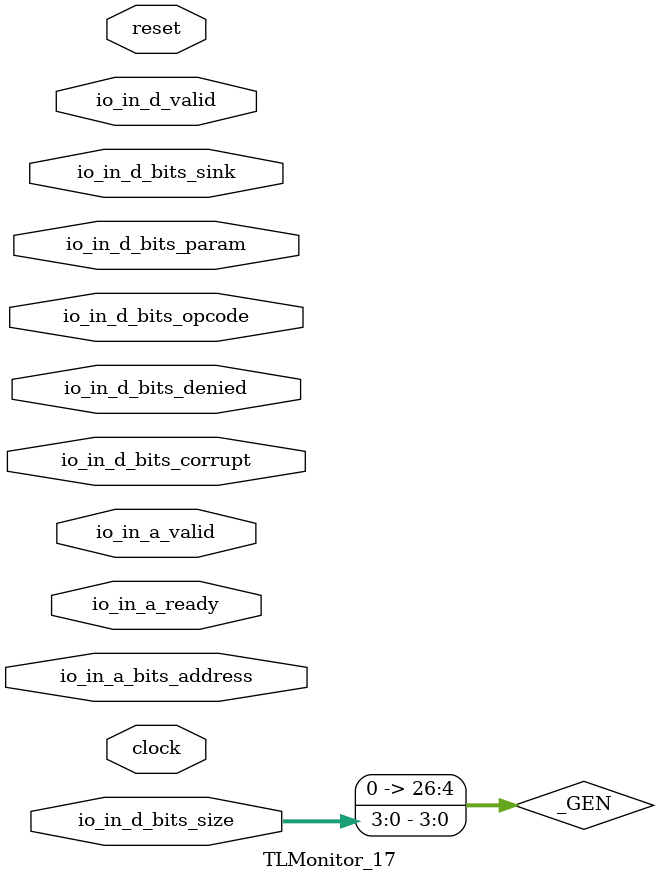
<source format=sv>
`ifndef RANDOMIZE
  `ifdef RANDOMIZE_REG_INIT
    `define RANDOMIZE
  `endif // RANDOMIZE_REG_INIT
`endif // not def RANDOMIZE
`ifndef RANDOMIZE
  `ifdef RANDOMIZE_MEM_INIT
    `define RANDOMIZE
  `endif // RANDOMIZE_MEM_INIT
`endif // not def RANDOMIZE

`ifndef RANDOM
  `define RANDOM $random
`endif // not def RANDOM

// Users can define 'PRINTF_COND' to add an extra gate to prints.
`ifndef PRINTF_COND_
  `ifdef PRINTF_COND
    `define PRINTF_COND_ (`PRINTF_COND)
  `else  // PRINTF_COND
    `define PRINTF_COND_ 1
  `endif // PRINTF_COND
`endif // not def PRINTF_COND_

// Users can define 'ASSERT_VERBOSE_COND' to add an extra gate to assert error printing.
`ifndef ASSERT_VERBOSE_COND_
  `ifdef ASSERT_VERBOSE_COND
    `define ASSERT_VERBOSE_COND_ (`ASSERT_VERBOSE_COND)
  `else  // ASSERT_VERBOSE_COND
    `define ASSERT_VERBOSE_COND_ 1
  `endif // ASSERT_VERBOSE_COND
`endif // not def ASSERT_VERBOSE_COND_

// Users can define 'STOP_COND' to add an extra gate to stop conditions.
`ifndef STOP_COND_
  `ifdef STOP_COND
    `define STOP_COND_ (`STOP_COND)
  `else  // STOP_COND
    `define STOP_COND_ 1
  `endif // STOP_COND
`endif // not def STOP_COND_

// Users can define INIT_RANDOM as general code that gets injected into the
// initializer block for modules with registers.
`ifndef INIT_RANDOM
  `define INIT_RANDOM
`endif // not def INIT_RANDOM

// If using random initialization, you can also define RANDOMIZE_DELAY to
// customize the delay used, otherwise 0.002 is used.
`ifndef RANDOMIZE_DELAY
  `define RANDOMIZE_DELAY 0.002
`endif // not def RANDOMIZE_DELAY

// Define INIT_RANDOM_PROLOG_ for use in our modules below.
`ifndef INIT_RANDOM_PROLOG_
  `ifdef RANDOMIZE
    `ifdef VERILATOR
      `define INIT_RANDOM_PROLOG_ `INIT_RANDOM
    `else  // VERILATOR
      `define INIT_RANDOM_PROLOG_ `INIT_RANDOM #`RANDOMIZE_DELAY begin end
    `endif // VERILATOR
  `else  // RANDOMIZE
    `define INIT_RANDOM_PROLOG_
  `endif // RANDOMIZE
`endif // not def INIT_RANDOM_PROLOG_

module TLMonitor_17(
  input        clock,
               reset,
               io_in_a_ready,
               io_in_a_valid,
  input [30:0] io_in_a_bits_address,
  input        io_in_d_valid,
  input [2:0]  io_in_d_bits_opcode,
  input [1:0]  io_in_d_bits_param,
  input [3:0]  io_in_d_bits_size,
  input        io_in_d_bits_sink,
               io_in_d_bits_denied,
               io_in_d_bits_corrupt
);

  wire [31:0] _plusarg_reader_1_out;	// @[PlusArg.scala:80:11]
  wire [31:0] _plusarg_reader_out;	// @[PlusArg.scala:80:11]
  wire        a_set = io_in_a_ready & io_in_a_valid;	// @[Decoupled.scala:51:35]
  reg  [8:0]  d_first_counter;	// @[Edges.scala:229:27]
  reg  [2:0]  opcode_1;	// @[Monitor.scala:535:22]
  reg  [1:0]  param_1;	// @[Monitor.scala:536:22]
  reg  [3:0]  size_1;	// @[Monitor.scala:537:22]
  reg         source_1;	// @[Monitor.scala:538:22]
  reg         sink;	// @[Monitor.scala:539:22]
  reg         denied;	// @[Monitor.scala:540:22]
  reg         inflight;	// @[Monitor.scala:611:27]
  reg  [3:0]  inflight_opcodes;	// @[Monitor.scala:613:35]
  reg  [7:0]  inflight_sizes;	// @[Monitor.scala:615:33]
  reg  [8:0]  d_first_counter_1;	// @[Edges.scala:229:27]
  wire        d_first_1 = d_first_counter_1 == 9'h0;	// @[Edges.scala:229:27, :231:25]
  wire        d_release_ack = io_in_d_bits_opcode == 3'h6;	// @[Monitor.scala:81:25, :670:46]
  reg  [31:0] watchdog;	// @[Monitor.scala:706:27]
  reg  [8:0]  d_first_counter_2;	// @[Edges.scala:229:27]
  wire        d_first_2 = d_first_counter_2 == 9'h0;	// @[Edges.scala:229:27, :231:25]
  wire [26:0] _GEN = {23'h0, io_in_d_bits_size};	// @[package.scala:235:71]
  wire [26:0] _d_first_beats1_decode_T_1 = 27'hFFF << _GEN;	// @[package.scala:235:71]
  wire [26:0] _d_first_beats1_decode_T_5 = 27'hFFF << _GEN;	// @[package.scala:235:71]
  wire [26:0] _d_first_beats1_decode_T_9 = 27'hFFF << _GEN;	// @[package.scala:235:71]
  wire        d_clr = io_in_d_valid & d_first_1 & ~d_release_ack;	// @[Edges.scala:231:25, Monitor.scala:670:46, :671:74, :675:72]
  wire        _T_1062 = io_in_d_valid & ~(|d_first_counter);	// @[Edges.scala:229:27, :231:25, Monitor.scala:549:20]
  always @(posedge clock) begin
    if (reset) begin
      d_first_counter <= 9'h0;	// @[Edges.scala:229:27]
      inflight <= 1'h0;	// @[Monitor.scala:611:27]
      inflight_opcodes <= 4'h0;	// @[Misc.scala:205:21, Monitor.scala:613:35, :657:77]
      inflight_sizes <= 8'h0;	// @[Monitor.scala:615:33, :745:35]
      d_first_counter_1 <= 9'h0;	// @[Edges.scala:229:27]
      watchdog <= 32'h0;	// @[Monitor.scala:706:27]
      d_first_counter_2 <= 9'h0;	// @[Edges.scala:229:27]
    end
    else begin
      if (io_in_d_valid) begin
        if (|d_first_counter)	// @[Edges.scala:229:27, :231:25]
          d_first_counter <= d_first_counter - 9'h1;	// @[Edges.scala:229:27, :230:28]
        else if (io_in_d_bits_opcode[0])	// @[Edges.scala:106:36]
          d_first_counter <= ~(_d_first_beats1_decode_T_1[11:3]);	// @[Edges.scala:229:27, package.scala:235:{46,71,76}]
        else	// @[Edges.scala:106:36]
          d_first_counter <= 9'h0;	// @[Edges.scala:229:27]
        if (d_first_1) begin	// @[Edges.scala:231:25]
          if (io_in_d_bits_opcode[0])	// @[Edges.scala:106:36]
            d_first_counter_1 <= ~(_d_first_beats1_decode_T_5[11:3]);	// @[Edges.scala:229:27, package.scala:235:{46,71,76}]
          else	// @[Edges.scala:106:36]
            d_first_counter_1 <= 9'h0;	// @[Edges.scala:229:27]
        end
        else	// @[Edges.scala:231:25]
          d_first_counter_1 <= d_first_counter_1 - 9'h1;	// @[Edges.scala:229:27, :230:28]
        if (d_first_2) begin	// @[Edges.scala:231:25]
          if (io_in_d_bits_opcode[0])	// @[Edges.scala:106:36]
            d_first_counter_2 <= ~(_d_first_beats1_decode_T_9[11:3]);	// @[Edges.scala:229:27, package.scala:235:{46,71,76}]
          else	// @[Edges.scala:106:36]
            d_first_counter_2 <= 9'h0;	// @[Edges.scala:229:27]
        end
        else	// @[Edges.scala:231:25]
          d_first_counter_2 <= d_first_counter_2 - 9'h1;	// @[Edges.scala:229:27, :230:28]
      end
      inflight <= (inflight | a_set) & ~d_clr;	// @[Decoupled.scala:51:35, Monitor.scala:611:27, :675:72, :702:{27,36,38}]
      inflight_opcodes <= (inflight_opcodes | (a_set ? {3'h0, a_set} : 4'h0)) & ~{4{d_clr}};	// @[Decoupled.scala:51:35, Misc.scala:205:21, Monitor.scala:613:35, :627:33, :652:72, :656:28, :657:77, :665:33, :675:{72,91}, :677:21, :703:{43,60,62}]
      inflight_sizes <= (inflight_sizes | (a_set ? {3'h0, a_set ? 5'h5 : 5'h0} : 8'h0)) & ~{8{d_clr}};	// @[Decoupled.scala:51:35, Monitor.scala:615:33, :629:31, :645:38, :652:72, :655:{28,59}, :657:28, :667:31, :675:{72,91}, :678:21, :704:{39,54,56}, :745:35]
      if (a_set | io_in_d_valid)	// @[Decoupled.scala:51:35, Monitor.scala:712:27]
        watchdog <= 32'h0;	// @[Monitor.scala:706:27]
      else	// @[Monitor.scala:712:27]
        watchdog <= watchdog + 32'h1;	// @[Monitor.scala:706:27, :711:26]
    end
    if (_T_1062) begin	// @[Monitor.scala:549:20]
      opcode_1 <= io_in_d_bits_opcode;	// @[Monitor.scala:535:22]
      param_1 <= io_in_d_bits_param;	// @[Monitor.scala:536:22]
      size_1 <= io_in_d_bits_size;	// @[Monitor.scala:537:22]
      sink <= io_in_d_bits_sink;	// @[Monitor.scala:539:22]
      denied <= io_in_d_bits_denied;	// @[Monitor.scala:540:22]
    end
    source_1 <= ~_T_1062 & source_1;	// @[Monitor.scala:538:22, :549:{20,32}, :553:15]
  end // always @(posedge)
  `ifndef SYNTHESIS
    wire  [7:0][2:0] _GEN_0 = '{3'h4, 3'h5, 3'h2, 3'h1, 3'h1, 3'h1, 3'h0, 3'h0};	// @[Monitor.scala:690:38]
    wire  [7:0][2:0] _GEN_1 = '{3'h4, 3'h4, 3'h2, 3'h1, 3'h1, 3'h1, 3'h0, 3'h0};	// @[Monitor.scala:689:38]
    wire             mask_eq_2 = ~(io_in_a_bits_address[2]) & ~(io_in_a_bits_address[1]);	// @[Misc.scala:209:26, :210:20, :213:27]
    wire             mask_eq_3 = ~(io_in_a_bits_address[2]) & io_in_a_bits_address[1];	// @[Misc.scala:209:26, :210:20, :213:27]
    wire             mask_eq_4 = io_in_a_bits_address[2] & ~(io_in_a_bits_address[1]);	// @[Misc.scala:209:26, :210:20, :213:27]
    wire             mask_eq_5 = io_in_a_bits_address[2] & io_in_a_bits_address[1];	// @[Misc.scala:209:26, :213:27]
    wire             _GEN_2 = io_in_d_valid & io_in_d_bits_opcode == 3'h6;	// @[Monitor.scala:81:25, :310:{25,52}]
    wire             _GEN_3 = io_in_d_bits_size < 4'h3;	// @[Monitor.scala:312:27]
    wire             _GEN_4 = io_in_d_valid & io_in_d_bits_opcode == 3'h4;	// @[Monitor.scala:104:25, :318:{25,47}]
    wire             _GEN_5 = io_in_d_bits_param == 2'h2;	// @[Bundles.scala:111:27, Monitor.scala:323:28]
    wire             _GEN_6 = io_in_d_valid & io_in_d_bits_opcode == 3'h5;	// @[Monitor.scala:146:25, :328:{25,51}]
    wire             _GEN_7 = io_in_d_valid & ~(|io_in_d_bits_opcode);	// @[Monitor.scala:338:{25,51}]
    wire             _GEN_8 = io_in_d_valid & io_in_d_bits_opcode == 3'h1;	// @[Misc.scala:201:81, Monitor.scala:346:{25,55}]
    wire             _GEN_9 = io_in_d_valid & io_in_d_bits_opcode == 3'h2;	// @[Monitor.scala:354:{25,49}, :640:42]
    wire             _T_1036 = io_in_d_valid & (|d_first_counter);	// @[Edges.scala:229:27, :231:25, Monitor.scala:541:19]
    wire             _T_1115 = io_in_d_valid & d_first_1;	// @[Edges.scala:231:25, Monitor.scala:671:26]
    wire             _T_1086 = _T_1115 & ~d_release_ack;	// @[Monitor.scala:670:46, :671:{26,74}, :680:71]
    wire             _GEN_10 = _T_1086 & io_in_a_valid;	// @[Monitor.scala:680:71, :684:30]
    wire             _GEN_11 = _T_1086 & ~io_in_a_valid;	// @[Monitor.scala:680:71, :684:30]
    wire             _T_1172 = io_in_d_valid & d_first_2 & d_release_ack;	// @[Edges.scala:231:25, Monitor.scala:670:46, :791:71]
    always @(posedge clock) begin	// @[Monitor.scala:42:11]
      if (io_in_a_valid & ~reset & ~(io_in_a_bits_address[30:12] == 19'h3 | io_in_a_bits_address[30:13] == 18'h0 | io_in_a_bits_address[30:12] == 19'h4 | {io_in_a_bits_address[30:17] ^ 14'h8, io_in_a_bits_address[15:12]} == 18'h0 | io_in_a_bits_address[30:16] == 15'h200 | io_in_a_bits_address[30:12] == 19'h2010 | io_in_a_bits_address[30:26] == 5'h3 | io_in_a_bits_address[30:12] == 19'h54000)) begin	// @[Monitor.scala:42:11, :706:27, Parameters.scala:137:{31,45,65}, :673:26]
        if (`ASSERT_VERBOSE_COND_)	// @[Monitor.scala:42:11]
          $error("Assertion failed: 'A' channel carries PutFull type which is unexpected using diplomatic parameters (connected at BusWrapper.scala:90:33)\n    at Monitor.scala:42 assert(cond, message)\n");	// @[Monitor.scala:42:11]
        if (`STOP_COND_)	// @[Monitor.scala:42:11]
          $fatal;	// @[Monitor.scala:42:11]
      end
      if (io_in_a_valid & ~reset & (|(io_in_a_bits_address[1:0]))) begin	// @[Edges.scala:21:{16,24}, Monitor.scala:42:11]
        if (`ASSERT_VERBOSE_COND_)	// @[Monitor.scala:42:11]
          $error("Assertion failed: 'A' channel PutFull address not aligned to size (connected at BusWrapper.scala:90:33)\n    at Monitor.scala:42 assert(cond, message)\n");	// @[Monitor.scala:42:11]
        if (`STOP_COND_)	// @[Monitor.scala:42:11]
          $fatal;	// @[Monitor.scala:42:11]
      end
      if (io_in_a_valid & ~reset & {io_in_a_bits_address[2] | mask_eq_5 & io_in_a_bits_address[0], io_in_a_bits_address[2] | mask_eq_5 & ~(io_in_a_bits_address[0]), io_in_a_bits_address[2] | mask_eq_4 & io_in_a_bits_address[0], io_in_a_bits_address[2] | mask_eq_4 & ~(io_in_a_bits_address[0]), ~(io_in_a_bits_address[2]) | mask_eq_3 & io_in_a_bits_address[0], ~(io_in_a_bits_address[2]) | mask_eq_3 & ~(io_in_a_bits_address[0]), ~(io_in_a_bits_address[2]) | mask_eq_2 & io_in_a_bits_address[0], ~(io_in_a_bits_address[2]) | mask_eq_2 & ~(io_in_a_bits_address[0])} != 8'hF) begin	// @[Cat.scala:33:92, Misc.scala:209:26, :210:20, :213:27, :214:29, Monitor.scala:42:11, :119:30]
        if (`ASSERT_VERBOSE_COND_)	// @[Monitor.scala:42:11]
          $error("Assertion failed: 'A' channel PutFull contains invalid mask (connected at BusWrapper.scala:90:33)\n    at Monitor.scala:42 assert(cond, message)\n");	// @[Monitor.scala:42:11]
        if (`STOP_COND_)	// @[Monitor.scala:42:11]
          $fatal;	// @[Monitor.scala:42:11]
      end
      if (io_in_d_valid & ~reset & (&io_in_d_bits_opcode)) begin	// @[Bundles.scala:45:24, Monitor.scala:49:11]
        if (`ASSERT_VERBOSE_COND_)	// @[Monitor.scala:49:11]
          $error("Assertion failed: 'D' channel has invalid opcode (connected at BusWrapper.scala:90:33)\n    at Monitor.scala:49 assert(cond, message)\n");	// @[Monitor.scala:49:11]
        if (`STOP_COND_)	// @[Monitor.scala:49:11]
          $fatal;	// @[Monitor.scala:49:11]
      end
      if (_GEN_2 & ~reset & _GEN_3) begin	// @[Monitor.scala:49:11, :310:52, :312:27]
        if (`ASSERT_VERBOSE_COND_)	// @[Monitor.scala:49:11]
          $error("Assertion failed: 'D' channel ReleaseAck smaller than a beat (connected at BusWrapper.scala:90:33)\n    at Monitor.scala:49 assert(cond, message)\n");	// @[Monitor.scala:49:11]
        if (`STOP_COND_)	// @[Monitor.scala:49:11]
          $fatal;	// @[Monitor.scala:49:11]
      end
      if (_GEN_2 & ~reset & (|io_in_d_bits_param)) begin	// @[Monitor.scala:49:11, :310:52, :313:28]
        if (`ASSERT_VERBOSE_COND_)	// @[Monitor.scala:49:11]
          $error("Assertion failed: 'D' channel ReleaseeAck carries invalid param (connected at BusWrapper.scala:90:33)\n    at Monitor.scala:49 assert(cond, message)\n");	// @[Monitor.scala:49:11]
        if (`STOP_COND_)	// @[Monitor.scala:49:11]
          $fatal;	// @[Monitor.scala:49:11]
      end
      if (_GEN_2 & ~reset & io_in_d_bits_corrupt) begin	// @[Monitor.scala:49:11, :310:52]
        if (`ASSERT_VERBOSE_COND_)	// @[Monitor.scala:49:11]
          $error("Assertion failed: 'D' channel ReleaseAck is corrupt (connected at BusWrapper.scala:90:33)\n    at Monitor.scala:49 assert(cond, message)\n");	// @[Monitor.scala:49:11]
        if (`STOP_COND_)	// @[Monitor.scala:49:11]
          $fatal;	// @[Monitor.scala:49:11]
      end
      if (_GEN_2 & ~reset & io_in_d_bits_denied) begin	// @[Monitor.scala:49:11, :310:52]
        if (`ASSERT_VERBOSE_COND_)	// @[Monitor.scala:49:11]
          $error("Assertion failed: 'D' channel ReleaseAck is denied (connected at BusWrapper.scala:90:33)\n    at Monitor.scala:49 assert(cond, message)\n");	// @[Monitor.scala:49:11]
        if (`STOP_COND_)	// @[Monitor.scala:49:11]
          $fatal;	// @[Monitor.scala:49:11]
      end
      if (_GEN_4 & ~reset) begin	// @[Monitor.scala:49:11, :318:47]
        if (`ASSERT_VERBOSE_COND_)	// @[Monitor.scala:49:11]
          $error("Assertion failed: 'D' channel Grant carries invalid sink ID (connected at BusWrapper.scala:90:33)\n    at Monitor.scala:49 assert(cond, message)\n");	// @[Monitor.scala:49:11]
        if (`STOP_COND_)	// @[Monitor.scala:49:11]
          $fatal;	// @[Monitor.scala:49:11]
      end
      if (_GEN_4 & ~reset & _GEN_3) begin	// @[Monitor.scala:49:11, :312:27, :318:47]
        if (`ASSERT_VERBOSE_COND_)	// @[Monitor.scala:49:11]
          $error("Assertion failed: 'D' channel Grant smaller than a beat (connected at BusWrapper.scala:90:33)\n    at Monitor.scala:49 assert(cond, message)\n");	// @[Monitor.scala:49:11]
        if (`STOP_COND_)	// @[Monitor.scala:49:11]
          $fatal;	// @[Monitor.scala:49:11]
      end
      if (_GEN_4 & ~reset & (&io_in_d_bits_param)) begin	// @[Bundles.scala:105:26, Monitor.scala:49:11, :318:47]
        if (`ASSERT_VERBOSE_COND_)	// @[Monitor.scala:49:11]
          $error("Assertion failed: 'D' channel Grant carries invalid cap param (connected at BusWrapper.scala:90:33)\n    at Monitor.scala:49 assert(cond, message)\n");	// @[Monitor.scala:49:11]
        if (`STOP_COND_)	// @[Monitor.scala:49:11]
          $fatal;	// @[Monitor.scala:49:11]
      end
      if (_GEN_4 & ~reset & _GEN_5) begin	// @[Monitor.scala:49:11, :318:47, :323:28]
        if (`ASSERT_VERBOSE_COND_)	// @[Monitor.scala:49:11]
          $error("Assertion failed: 'D' channel Grant carries toN param (connected at BusWrapper.scala:90:33)\n    at Monitor.scala:49 assert(cond, message)\n");	// @[Monitor.scala:49:11]
        if (`STOP_COND_)	// @[Monitor.scala:49:11]
          $fatal;	// @[Monitor.scala:49:11]
      end
      if (_GEN_4 & ~reset & io_in_d_bits_corrupt) begin	// @[Monitor.scala:49:11, :318:47]
        if (`ASSERT_VERBOSE_COND_)	// @[Monitor.scala:49:11]
          $error("Assertion failed: 'D' channel Grant is corrupt (connected at BusWrapper.scala:90:33)\n    at Monitor.scala:49 assert(cond, message)\n");	// @[Monitor.scala:49:11]
        if (`STOP_COND_)	// @[Monitor.scala:49:11]
          $fatal;	// @[Monitor.scala:49:11]
      end
      if (_GEN_6 & ~reset) begin	// @[Monitor.scala:49:11, :328:51]
        if (`ASSERT_VERBOSE_COND_)	// @[Monitor.scala:49:11]
          $error("Assertion failed: 'D' channel GrantData carries invalid sink ID (connected at BusWrapper.scala:90:33)\n    at Monitor.scala:49 assert(cond, message)\n");	// @[Monitor.scala:49:11]
        if (`STOP_COND_)	// @[Monitor.scala:49:11]
          $fatal;	// @[Monitor.scala:49:11]
      end
      if (_GEN_6 & ~reset & _GEN_3) begin	// @[Monitor.scala:49:11, :312:27, :328:51]
        if (`ASSERT_VERBOSE_COND_)	// @[Monitor.scala:49:11]
          $error("Assertion failed: 'D' channel GrantData smaller than a beat (connected at BusWrapper.scala:90:33)\n    at Monitor.scala:49 assert(cond, message)\n");	// @[Monitor.scala:49:11]
        if (`STOP_COND_)	// @[Monitor.scala:49:11]
          $fatal;	// @[Monitor.scala:49:11]
      end
      if (_GEN_6 & ~reset & (&io_in_d_bits_param)) begin	// @[Bundles.scala:105:26, Monitor.scala:49:11, :328:51]
        if (`ASSERT_VERBOSE_COND_)	// @[Monitor.scala:49:11]
          $error("Assertion failed: 'D' channel GrantData carries invalid cap param (connected at BusWrapper.scala:90:33)\n    at Monitor.scala:49 assert(cond, message)\n");	// @[Monitor.scala:49:11]
        if (`STOP_COND_)	// @[Monitor.scala:49:11]
          $fatal;	// @[Monitor.scala:49:11]
      end
      if (_GEN_6 & ~reset & _GEN_5) begin	// @[Monitor.scala:49:11, :323:28, :328:51]
        if (`ASSERT_VERBOSE_COND_)	// @[Monitor.scala:49:11]
          $error("Assertion failed: 'D' channel GrantData carries toN param (connected at BusWrapper.scala:90:33)\n    at Monitor.scala:49 assert(cond, message)\n");	// @[Monitor.scala:49:11]
        if (`STOP_COND_)	// @[Monitor.scala:49:11]
          $fatal;	// @[Monitor.scala:49:11]
      end
      if (_GEN_6 & ~reset & ~(~io_in_d_bits_denied | io_in_d_bits_corrupt)) begin	// @[Monitor.scala:49:11, :328:51, :334:{15,30}]
        if (`ASSERT_VERBOSE_COND_)	// @[Monitor.scala:49:11]
          $error("Assertion failed: 'D' channel GrantData is denied but not corrupt (connected at BusWrapper.scala:90:33)\n    at Monitor.scala:49 assert(cond, message)\n");	// @[Monitor.scala:49:11]
        if (`STOP_COND_)	// @[Monitor.scala:49:11]
          $fatal;	// @[Monitor.scala:49:11]
      end
      if (_GEN_7 & ~reset & (|io_in_d_bits_param)) begin	// @[Monitor.scala:49:11, :338:51, :341:28]
        if (`ASSERT_VERBOSE_COND_)	// @[Monitor.scala:49:11]
          $error("Assertion failed: 'D' channel AccessAck carries invalid param (connected at BusWrapper.scala:90:33)\n    at Monitor.scala:49 assert(cond, message)\n");	// @[Monitor.scala:49:11]
        if (`STOP_COND_)	// @[Monitor.scala:49:11]
          $fatal;	// @[Monitor.scala:49:11]
      end
      if (_GEN_7 & ~reset & io_in_d_bits_corrupt) begin	// @[Monitor.scala:49:11, :338:51]
        if (`ASSERT_VERBOSE_COND_)	// @[Monitor.scala:49:11]
          $error("Assertion failed: 'D' channel AccessAck is corrupt (connected at BusWrapper.scala:90:33)\n    at Monitor.scala:49 assert(cond, message)\n");	// @[Monitor.scala:49:11]
        if (`STOP_COND_)	// @[Monitor.scala:49:11]
          $fatal;	// @[Monitor.scala:49:11]
      end
      if (_GEN_8 & ~reset & (|io_in_d_bits_param)) begin	// @[Monitor.scala:49:11, :346:55, :349:28]
        if (`ASSERT_VERBOSE_COND_)	// @[Monitor.scala:49:11]
          $error("Assertion failed: 'D' channel AccessAckData carries invalid param (connected at BusWrapper.scala:90:33)\n    at Monitor.scala:49 assert(cond, message)\n");	// @[Monitor.scala:49:11]
        if (`STOP_COND_)	// @[Monitor.scala:49:11]
          $fatal;	// @[Monitor.scala:49:11]
      end
      if (_GEN_8 & ~reset & ~(~io_in_d_bits_denied | io_in_d_bits_corrupt)) begin	// @[Monitor.scala:49:11, :346:55, :350:{15,30}]
        if (`ASSERT_VERBOSE_COND_)	// @[Monitor.scala:49:11]
          $error("Assertion failed: 'D' channel AccessAckData is denied but not corrupt (connected at BusWrapper.scala:90:33)\n    at Monitor.scala:49 assert(cond, message)\n");	// @[Monitor.scala:49:11]
        if (`STOP_COND_)	// @[Monitor.scala:49:11]
          $fatal;	// @[Monitor.scala:49:11]
      end
      if (_GEN_9 & ~reset & (|io_in_d_bits_param)) begin	// @[Monitor.scala:49:11, :354:49, :357:28]
        if (`ASSERT_VERBOSE_COND_)	// @[Monitor.scala:49:11]
          $error("Assertion failed: 'D' channel HintAck carries invalid param (connected at BusWrapper.scala:90:33)\n    at Monitor.scala:49 assert(cond, message)\n");	// @[Monitor.scala:49:11]
        if (`STOP_COND_)	// @[Monitor.scala:49:11]
          $fatal;	// @[Monitor.scala:49:11]
      end
      if (_GEN_9 & ~reset & io_in_d_bits_corrupt) begin	// @[Monitor.scala:49:11, :354:49]
        if (`ASSERT_VERBOSE_COND_)	// @[Monitor.scala:49:11]
          $error("Assertion failed: 'D' channel HintAck is corrupt (connected at BusWrapper.scala:90:33)\n    at Monitor.scala:49 assert(cond, message)\n");	// @[Monitor.scala:49:11]
        if (`STOP_COND_)	// @[Monitor.scala:49:11]
          $fatal;	// @[Monitor.scala:49:11]
      end
      if (_T_1036 & ~reset & io_in_d_bits_opcode != opcode_1) begin	// @[Monitor.scala:49:11, :535:22, :541:19, :542:29]
        if (`ASSERT_VERBOSE_COND_)	// @[Monitor.scala:49:11]
          $error("Assertion failed: 'D' channel opcode changed within multibeat operation (connected at BusWrapper.scala:90:33)\n    at Monitor.scala:49 assert(cond, message)\n");	// @[Monitor.scala:49:11]
        if (`STOP_COND_)	// @[Monitor.scala:49:11]
          $fatal;	// @[Monitor.scala:49:11]
      end
      if (_T_1036 & ~reset & io_in_d_bits_param != param_1) begin	// @[Monitor.scala:49:11, :536:22, :541:19, :543:29]
        if (`ASSERT_VERBOSE_COND_)	// @[Monitor.scala:49:11]
          $error("Assertion failed: 'D' channel param changed within multibeat operation (connected at BusWrapper.scala:90:33)\n    at Monitor.scala:49 assert(cond, message)\n");	// @[Monitor.scala:49:11]
        if (`STOP_COND_)	// @[Monitor.scala:49:11]
          $fatal;	// @[Monitor.scala:49:11]
      end
      if (_T_1036 & ~reset & io_in_d_bits_size != size_1) begin	// @[Monitor.scala:49:11, :537:22, :541:19, :544:29]
        if (`ASSERT_VERBOSE_COND_)	// @[Monitor.scala:49:11]
          $error("Assertion failed: 'D' channel size changed within multibeat operation (connected at BusWrapper.scala:90:33)\n    at Monitor.scala:49 assert(cond, message)\n");	// @[Monitor.scala:49:11]
        if (`STOP_COND_)	// @[Monitor.scala:49:11]
          $fatal;	// @[Monitor.scala:49:11]
      end
      if (_T_1036 & ~reset & source_1) begin	// @[Monitor.scala:49:11, :538:22, :541:19]
        if (`ASSERT_VERBOSE_COND_)	// @[Monitor.scala:49:11]
          $error("Assertion failed: 'D' channel source changed within multibeat operation (connected at BusWrapper.scala:90:33)\n    at Monitor.scala:49 assert(cond, message)\n");	// @[Monitor.scala:49:11]
        if (`STOP_COND_)	// @[Monitor.scala:49:11]
          $fatal;	// @[Monitor.scala:49:11]
      end
      if (_T_1036 & ~reset & io_in_d_bits_sink != sink) begin	// @[Monitor.scala:49:11, :539:22, :541:19, :546:29]
        if (`ASSERT_VERBOSE_COND_)	// @[Monitor.scala:49:11]
          $error("Assertion failed: 'D' channel sink changed with multibeat operation (connected at BusWrapper.scala:90:33)\n    at Monitor.scala:49 assert(cond, message)\n");	// @[Monitor.scala:49:11]
        if (`STOP_COND_)	// @[Monitor.scala:49:11]
          $fatal;	// @[Monitor.scala:49:11]
      end
      if (_T_1036 & ~reset & io_in_d_bits_denied != denied) begin	// @[Monitor.scala:49:11, :540:22, :541:19, :547:29]
        if (`ASSERT_VERBOSE_COND_)	// @[Monitor.scala:49:11]
          $error("Assertion failed: 'D' channel denied changed with multibeat operation (connected at BusWrapper.scala:90:33)\n    at Monitor.scala:49 assert(cond, message)\n");	// @[Monitor.scala:49:11]
        if (`STOP_COND_)	// @[Monitor.scala:49:11]
          $fatal;	// @[Monitor.scala:49:11]
      end
      if (a_set & ~reset & inflight) begin	// @[Decoupled.scala:51:35, Monitor.scala:42:11, :611:27]
        if (`ASSERT_VERBOSE_COND_)	// @[Monitor.scala:42:11]
          $error("Assertion failed: 'A' channel re-used a source ID (connected at BusWrapper.scala:90:33)\n    at Monitor.scala:42 assert(cond, message)\n");	// @[Monitor.scala:42:11]
        if (`STOP_COND_)	// @[Monitor.scala:42:11]
          $fatal;	// @[Monitor.scala:42:11]
      end
      if (_T_1086 & ~reset & ~(inflight | io_in_a_valid)) begin	// @[Monitor.scala:49:11, :611:27, :680:71, :682:49]
        if (`ASSERT_VERBOSE_COND_)	// @[Monitor.scala:49:11]
          $error("Assertion failed: 'D' channel acknowledged for nothing inflight (connected at BusWrapper.scala:90:33)\n    at Monitor.scala:49 assert(cond, message)\n");	// @[Monitor.scala:49:11]
        if (`STOP_COND_)	// @[Monitor.scala:49:11]
          $fatal;	// @[Monitor.scala:49:11]
      end
      if (_GEN_10 & ~reset & ~(~(|io_in_d_bits_opcode) | ~(|io_in_d_bits_opcode))) begin	// @[Monitor.scala:49:11, :338:25, :684:30, :685:{38,77}, :686:39]
        if (`ASSERT_VERBOSE_COND_)	// @[Monitor.scala:49:11]
          $error("Assertion failed: 'D' channel contains improper opcode response (connected at BusWrapper.scala:90:33)\n    at Monitor.scala:49 assert(cond, message)\n");	// @[Monitor.scala:49:11]
        if (`STOP_COND_)	// @[Monitor.scala:49:11]
          $fatal;	// @[Monitor.scala:49:11]
      end
      if (_GEN_10 & ~reset & io_in_d_bits_size != 4'h2) begin	// @[Monitor.scala:49:11, :684:30, :687:36]
        if (`ASSERT_VERBOSE_COND_)	// @[Monitor.scala:49:11]
          $error("Assertion failed: 'D' channel contains improper response size (connected at BusWrapper.scala:90:33)\n    at Monitor.scala:49 assert(cond, message)\n");	// @[Monitor.scala:49:11]
        if (`STOP_COND_)	// @[Monitor.scala:49:11]
          $fatal;	// @[Monitor.scala:49:11]
      end
      if (_GEN_11 & ~reset & ~(io_in_d_bits_opcode == _GEN_1[inflight_opcodes[3:1]] | io_in_d_bits_opcode == _GEN_0[inflight_opcodes[3:1]])) begin	// @[Monitor.scala:42:11, :49:11, :613:35, :634:152, :684:30, :689:{38,72}, :690:38]
        if (`ASSERT_VERBOSE_COND_)	// @[Monitor.scala:49:11]
          $error("Assertion failed: 'D' channel contains improper opcode response (connected at BusWrapper.scala:90:33)\n    at Monitor.scala:49 assert(cond, message)\n");	// @[Monitor.scala:49:11]
        if (`STOP_COND_)	// @[Monitor.scala:49:11]
          $fatal;	// @[Monitor.scala:49:11]
      end
      if (_GEN_11 & ~reset & {4'h0, io_in_d_bits_size} != {1'h0, inflight_sizes[7:1]}) begin	// @[Misc.scala:205:21, Monitor.scala:42:11, :49:11, :615:33, :638:{19,144}, :657:77, :684:30, :691:36]
        if (`ASSERT_VERBOSE_COND_)	// @[Monitor.scala:49:11]
          $error("Assertion failed: 'D' channel contains improper response size (connected at BusWrapper.scala:90:33)\n    at Monitor.scala:49 assert(cond, message)\n");	// @[Monitor.scala:49:11]
        if (`STOP_COND_)	// @[Monitor.scala:49:11]
          $fatal;	// @[Monitor.scala:49:11]
      end
      if (_T_1115 & io_in_a_valid & ~d_release_ack & ~reset & ~io_in_a_ready) begin	// @[Monitor.scala:49:11, :670:46, :671:{26,74}]
        if (`ASSERT_VERBOSE_COND_)	// @[Monitor.scala:49:11]
          $error("Assertion failed: ready check\n    at Monitor.scala:49 assert(cond, message)\n");	// @[Monitor.scala:49:11]
        if (`STOP_COND_)	// @[Monitor.scala:49:11]
          $fatal;	// @[Monitor.scala:49:11]
      end
      if (~reset & ~(io_in_a_valid != (_T_1115 & ~d_release_ack) | ~io_in_a_valid)) begin	// @[Monitor.scala:49:11, :670:46, :671:{26,71,74}, :699:{29,48,51}]
        if (`ASSERT_VERBOSE_COND_)	// @[Monitor.scala:49:11]
          $error("Assertion failed: 'A' and 'D' concurrent, despite minlatency 2 (connected at BusWrapper.scala:90:33)\n    at Monitor.scala:49 assert(cond, message)\n");	// @[Monitor.scala:49:11]
        if (`STOP_COND_)	// @[Monitor.scala:49:11]
          $fatal;	// @[Monitor.scala:49:11]
      end
      if (~reset & ~(~inflight | _plusarg_reader_out == 32'h0 | watchdog < _plusarg_reader_out)) begin	// @[Monitor.scala:42:11, :611:27, :706:27, :709:{16,39,47,59}, PlusArg.scala:80:11]
        if (`ASSERT_VERBOSE_COND_)	// @[Monitor.scala:42:11]
          $error("Assertion failed: TileLink timeout expired (connected at BusWrapper.scala:90:33)\n    at Monitor.scala:42 assert(cond, message)\n");	// @[Monitor.scala:42:11]
        if (`STOP_COND_)	// @[Monitor.scala:42:11]
          $fatal;	// @[Monitor.scala:42:11]
      end
      if (_T_1172 & ~reset) begin	// @[Monitor.scala:49:11, :791:71]
        if (`ASSERT_VERBOSE_COND_)	// @[Monitor.scala:49:11]
          $error("Assertion failed: 'D' channel acknowledged for nothing inflight (connected at BusWrapper.scala:90:33)\n    at Monitor.scala:49 assert(cond, message)\n");	// @[Monitor.scala:49:11]
        if (`STOP_COND_)	// @[Monitor.scala:49:11]
          $fatal;	// @[Monitor.scala:49:11]
      end
      if (_T_1172 & ~reset & (|io_in_d_bits_size)) begin	// @[Monitor.scala:49:11, :791:71, :797:36]
        if (`ASSERT_VERBOSE_COND_)	// @[Monitor.scala:49:11]
          $error("Assertion failed: 'D' channel contains improper response size (connected at BusWrapper.scala:90:33)\n    at Monitor.scala:49 assert(cond, message)\n");	// @[Monitor.scala:49:11]
        if (`STOP_COND_)	// @[Monitor.scala:49:11]
          $fatal;	// @[Monitor.scala:49:11]
      end
    end // always @(posedge)
    `ifdef FIRRTL_BEFORE_INITIAL
      `FIRRTL_BEFORE_INITIAL
    `endif // FIRRTL_BEFORE_INITIAL
    logic [31:0]     _RANDOM_0;
    logic [31:0]     _RANDOM_1;
    logic [31:0]     _RANDOM_2;
    logic [31:0]     _RANDOM_3;
    logic [31:0]     _RANDOM_4;
    logic [31:0]     _RANDOM_5;
    initial begin
      `ifdef INIT_RANDOM_PROLOG_
        `INIT_RANDOM_PROLOG_
      `endif // INIT_RANDOM_PROLOG_
      `ifdef RANDOMIZE_REG_INIT
        _RANDOM_0 = `RANDOM;
        _RANDOM_1 = `RANDOM;
        _RANDOM_2 = `RANDOM;
        _RANDOM_3 = `RANDOM;
        _RANDOM_4 = `RANDOM;
        _RANDOM_5 = `RANDOM;
        d_first_counter = _RANDOM_1[27:19];	// @[Edges.scala:229:27]
        opcode_1 = _RANDOM_1[30:28];	// @[Edges.scala:229:27, Monitor.scala:535:22]
        param_1 = {_RANDOM_1[31], _RANDOM_2[0]};	// @[Edges.scala:229:27, Monitor.scala:536:22]
        size_1 = _RANDOM_2[4:1];	// @[Monitor.scala:536:22, :537:22]
        source_1 = _RANDOM_2[5];	// @[Monitor.scala:536:22, :538:22]
        sink = _RANDOM_2[6];	// @[Monitor.scala:536:22, :539:22]
        denied = _RANDOM_2[7];	// @[Monitor.scala:536:22, :540:22]
        inflight = _RANDOM_2[8];	// @[Monitor.scala:536:22, :611:27]
        inflight_opcodes = _RANDOM_2[12:9];	// @[Monitor.scala:536:22, :613:35]
        inflight_sizes = _RANDOM_2[20:13];	// @[Monitor.scala:536:22, :615:33]
        d_first_counter_1 = {_RANDOM_2[31:30], _RANDOM_3[6:0]};	// @[Edges.scala:229:27, Monitor.scala:536:22]
        watchdog = {_RANDOM_3[31:7], _RANDOM_4[6:0]};	// @[Edges.scala:229:27, Monitor.scala:706:27]
        d_first_counter_2 = {_RANDOM_4[31:29], _RANDOM_5[5:0]};	// @[Edges.scala:229:27, Monitor.scala:706:27]
      `endif // RANDOMIZE_REG_INIT
    end // initial
    `ifdef FIRRTL_AFTER_INITIAL
      `FIRRTL_AFTER_INITIAL
    `endif // FIRRTL_AFTER_INITIAL
  `endif // not def SYNTHESIS
  plusarg_reader #(
    .FORMAT("tilelink_timeout=%d"),
    .DEFAULT(0),
    .WIDTH(32)
  ) plusarg_reader (	// @[PlusArg.scala:80:11]
    .out (_plusarg_reader_out)
  );
  plusarg_reader #(
    .FORMAT("tilelink_timeout=%d"),
    .DEFAULT(0),
    .WIDTH(32)
  ) plusarg_reader_1 (	// @[PlusArg.scala:80:11]
    .out (_plusarg_reader_1_out)
  );
endmodule


</source>
